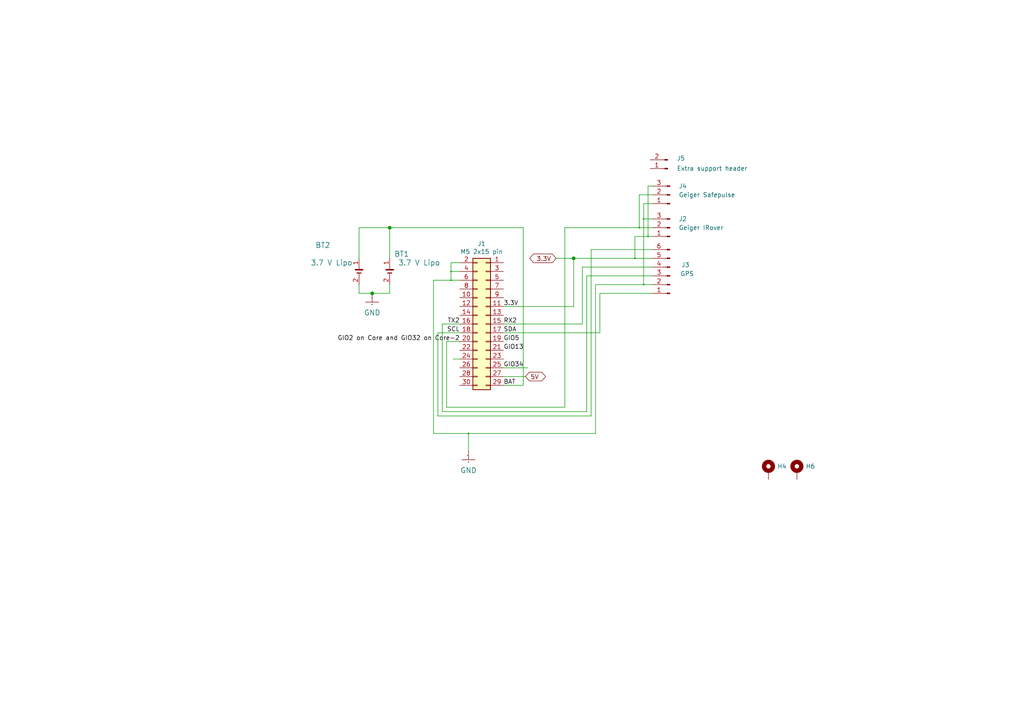
<source format=kicad_sch>
(kicad_sch (version 20240417) (generator "eeschema") (generator_version "8.99")
  (paper "A4")
  (title_block (title "bGeigieZen V4.0.4") (date "2024-05-03") (rev "V4.0.4") (company "GitHub link at https://github.com/Safecast/bGeigieZen"))
  (lib_symbols
    (symbol "Connector:Conn_01x02_Male_1" (pin_names (offset 1.016) hide)
      (property "Reference" "J" (at 0 2.54 0))
      (property "Value" "Conn_01x02_Male" (at 0 -5.08 0))
      (symbol "Conn_01x02_Male_1_1_1"
        (rectangle (start 0.8636 0.127) (end 0 -0.127) (stroke (width 0.1524)) (fill (type outline)))
        (rectangle (start 0.8636 -2.413) (end 0 -2.667) (stroke (width 0.1524)) (fill (type outline)))
        (polyline (pts (xy 1.27 0) (xy 0.8636 0)) (stroke (width 0.1524)))
        (polyline (pts (xy 1.27 -2.54) (xy 0.8636 -2.54)) (stroke (width 0.1524)))
        (pin passive line (at 5.08 0 180) (length 3.81) (name "Pin_1") (number "1"))
        (pin passive line (at 5.08 -2.54 180) (length 3.81) (name "Pin_2") (number "2"))
      )
    )
    (symbol "Connector:Conn_01x03_Male" (pin_names hide)
      (property "Reference" "J" (at 0 5.08 0))
      (property "Value" "Conn_01x03_Male" (at 0 -5.08 0))
      (symbol "Conn_01x03_Male_1_1"
        (rectangle (start 0.8636 2.667) (end 0 2.413) (stroke (width 0.1524)) (fill (type outline)))
        (rectangle (start 0.8636 0.127) (end 0 -0.127) (stroke (width 0.1524)) (fill (type outline)))
        (rectangle (start 0.8636 -2.413) (end 0 -2.667) (stroke (width 0.1524)) (fill (type outline)))
        (polyline (pts (xy 1.27 2.54) (xy 0.8636 2.54)) (stroke (width 0.1524)))
        (polyline (pts (xy 1.27 0) (xy 0.8636 0)) (stroke (width 0.1524)))
        (polyline (pts (xy 1.27 -2.54) (xy 0.8636 -2.54)) (stroke (width 0.1524)))
        (pin passive line (at 5.08 2.54 180) (length 3.81) (name "Pin_1") (number "1"))
        (pin passive line (at 5.08 0 180) (length 3.81) (name "Pin_2") (number "2"))
        (pin passive line (at 5.08 -2.54 180) (length 3.81) (name "Pin_3") (number "3"))
      )
    )
    (symbol "Connector:Conn_01x06_Male" (pin_names (offset 1.016) hide)
      (property "Reference" "J" (at 0 7.62 0))
      (property "Value" "Conn_01x06_Male" (at 0 -10.16 0))
      (symbol "Conn_01x06_Male_1_1"
        (rectangle (start 0.8636 5.207) (end 0 4.953) (stroke (width 0.1524)) (fill (type outline)))
        (rectangle (start 0.8636 2.667) (end 0 2.413) (stroke (width 0.1524)) (fill (type outline)))
        (rectangle (start 0.8636 0.127) (end 0 -0.127) (stroke (width 0.1524)) (fill (type outline)))
        (rectangle (start 0.8636 -2.413) (end 0 -2.667) (stroke (width 0.1524)) (fill (type outline)))
        (rectangle (start 0.8636 -4.953) (end 0 -5.207) (stroke (width 0.1524)) (fill (type outline)))
        (rectangle (start 0.8636 -7.493) (end 0 -7.747) (stroke (width 0.1524)) (fill (type outline)))
        (polyline (pts (xy 1.27 5.08) (xy 0.8636 5.08)) (stroke (width 0.1524)))
        (polyline (pts (xy 1.27 2.54) (xy 0.8636 2.54)) (stroke (width 0.1524)))
        (polyline (pts (xy 1.27 0) (xy 0.8636 0)) (stroke (width 0.1524)))
        (polyline (pts (xy 1.27 -2.54) (xy 0.8636 -2.54)) (stroke (width 0.1524)))
        (polyline (pts (xy 1.27 -5.08) (xy 0.8636 -5.08)) (stroke (width 0.1524)))
        (polyline (pts (xy 1.27 -7.62) (xy 0.8636 -7.62)) (stroke (width 0.1524)))
        (pin passive line (at 5.08 5.08 180) (length 3.81) (name "Pin_1") (number "1"))
        (pin passive line (at 5.08 2.54 180) (length 3.81) (name "Pin_2") (number "2"))
        (pin passive line (at 5.08 0 180) (length 3.81) (name "Pin_3") (number "3"))
        (pin passive line (at 5.08 -2.54 180) (length 3.81) (name "Pin_4") (number "4"))
        (pin passive line (at 5.08 -5.08 180) (length 3.81) (name "Pin_5") (number "5"))
        (pin passive line (at 5.08 -7.62 180) (length 3.81) (name "Pin_6") (number "6"))
      )
    )
    (symbol "Connector_Generic:Conn_02x15_Odd_Even" (pin_names hide)
      (property "Reference" "J" (at 1.27 20.32 0))
      (property "Value" "Conn_02x15_Odd_Even" (at 1.27 -20.32 0))
      (symbol "Conn_02x15_Odd_Even_1_1"
        (rectangle (start -1.27 19.05) (end 3.81 -19.05) (stroke (width 0.254)) (fill (type background)))
        (rectangle (start -1.27 17.907) (end 0 17.653))
        (rectangle (start -1.27 15.367) (end 0 15.113))
        (rectangle (start -1.27 12.827) (end 0 12.573))
        (rectangle (start -1.27 10.287) (end 0 10.033))
        (rectangle (start -1.27 7.747) (end 0 7.493))
        (rectangle (start -1.27 5.207) (end 0 4.953))
        (rectangle (start -1.27 2.667) (end 0 2.413))
        (rectangle (start -1.27 0.127) (end 0 -0.127))
        (rectangle (start -1.27 -2.413) (end 0 -2.667))
        (rectangle (start -1.27 -4.953) (end 0 -5.207))
        (rectangle (start -1.27 -7.493) (end 0 -7.747))
        (rectangle (start -1.27 -10.033) (end 0 -10.287))
        (rectangle (start -1.27 -12.573) (end 0 -12.827))
        (rectangle (start -1.27 -15.113) (end 0 -15.367))
        (rectangle (start -1.27 -17.653) (end 0 -17.907))
        (rectangle (start 3.81 17.907) (end 2.54 17.653))
        (rectangle (start 3.81 15.367) (end 2.54 15.113))
        (rectangle (start 3.81 12.827) (end 2.54 12.573))
        (rectangle (start 3.81 10.287) (end 2.54 10.033))
        (rectangle (start 3.81 7.747) (end 2.54 7.493))
        (rectangle (start 3.81 5.207) (end 2.54 4.953))
        (rectangle (start 3.81 2.667) (end 2.54 2.413))
        (rectangle (start 3.81 0.127) (end 2.54 -0.127))
        (rectangle (start 3.81 -2.413) (end 2.54 -2.667))
        (rectangle (start 3.81 -4.953) (end 2.54 -5.207))
        (rectangle (start 3.81 -7.493) (end 2.54 -7.747))
        (rectangle (start 3.81 -10.033) (end 2.54 -10.287))
        (rectangle (start 3.81 -12.573) (end 2.54 -12.827))
        (rectangle (start 3.81 -15.113) (end 2.54 -15.367))
        (rectangle (start 3.81 -17.653) (end 2.54 -17.907))
        (pin passive line (at -5.08 17.78 0) (length 3.81) (name "Pin_1") (number "1"))
        (pin passive line (at 7.62 7.62 180) (length 3.81) (name "Pin_10") (number "10"))
        (pin passive line (at -5.08 5.08 0) (length 3.81) (name "Pin_11") (number "11"))
        (pin passive line (at 7.62 5.08 180) (length 3.81) (name "Pin_12") (number "12"))
        (pin passive line (at -5.08 2.54 0) (length 3.81) (name "Pin_13") (number "13"))
        (pin passive line (at 7.62 2.54 180) (length 3.81) (name "Pin_14") (number "14"))
        (pin passive line (at -5.08 0 0) (length 3.81) (name "Pin_15") (number "15"))
        (pin passive line (at 7.62 0 180) (length 3.81) (name "Pin_16") (number "16"))
        (pin passive line (at -5.08 -2.54 0) (length 3.81) (name "Pin_17") (number "17"))
        (pin passive line (at 7.62 -2.54 180) (length 3.81) (name "Pin_18") (number "18"))
        (pin passive line (at -5.08 -5.08 0) (length 3.81) (name "Pin_19") (number "19"))
        (pin passive line (at 7.62 17.78 180) (length 3.81) (name "Pin_2") (number "2"))
        (pin passive line (at 7.62 -5.08 180) (length 3.81) (name "Pin_20") (number "20"))
        (pin passive line (at -5.08 -7.62 0) (length 3.81) (name "Pin_21") (number "21"))
        (pin passive line (at 7.62 -7.62 180) (length 3.81) (name "Pin_22") (number "22"))
        (pin passive line (at -5.08 -10.16 0) (length 3.81) (name "Pin_23") (number "23"))
        (pin passive line (at 7.62 -10.16 180) (length 3.81) (name "Pin_24") (number "24"))
        (pin passive line (at -5.08 -12.7 0) (length 3.81) (name "Pin_25") (number "25"))
        (pin passive line (at 7.62 -12.7 180) (length 3.81) (name "Pin_26") (number "26"))
        (pin passive line (at -5.08 -15.24 0) (length 3.81) (name "Pin_27") (number "27"))
        (pin passive line (at 7.62 -15.24 180) (length 3.81) (name "Pin_28") (number "28"))
        (pin passive line (at -5.08 -17.78 0) (length 3.81) (name "Pin_29") (number "29"))
        (pin passive line (at -5.08 15.24 0) (length 3.81) (name "Pin_3") (number "3"))
        (pin passive line (at 7.62 -17.78 180) (length 3.81) (name "Pin_30") (number "30"))
        (pin passive line (at 7.62 15.24 180) (length 3.81) (name "Pin_4") (number "4"))
        (pin passive line (at -5.08 12.7 0) (length 3.81) (name "Pin_5") (number "5"))
        (pin passive line (at 7.62 12.7 180) (length 3.81) (name "Pin_6") (number "6"))
        (pin passive line (at -5.08 10.16 0) (length 3.81) (name "Pin_7") (number "7"))
        (pin passive line (at 7.62 10.16 180) (length 3.81) (name "Pin_8") (number "8"))
        (pin passive line (at -5.08 7.62 0) (length 3.81) (name "Pin_9") (number "9"))
      )
    )
    (symbol "Mechanical:MountingHole_Pad" (pin_numbers hide) (pin_names hide)
      (property "Reference" "H" (at 0 6.35 0))
      (property "Value" "MountingHole_Pad" (at 0 4.445 0))
      (symbol "MountingHole_Pad_0_1"
        (circle (center 0 1.27) (radius 1.27) (stroke (width 1.27)))
      )
      (symbol "MountingHole_Pad_1_1"
        (pin input line (at 0 -2.54 90) (length 2.54) (name "1") (number "1"))
      )
    )
    (symbol "bGeigieRaku-V2-rescue:BATTERY-akizuki-M5_board-rescue" (pin_names hide)
      (property "Reference" "BT" (at 0 -7.62 0))
      (property "Value" "BATTERY-akizuki-M5_board-rescue" (at 0 6.35 0))
      (symbol "BATTERY-akizuki-M5_board-rescue_0_1"
        (rectangle (start -1.143 0.635) (end 1.143 0.381) (fill (type outline)))
        (rectangle (start -0.635 -0.381) (end 0.635 -0.508))
        (polyline (pts (xy 0 1.27) (xy 0 0.635)))
        (polyline (pts (xy 0 -0.508) (xy 0 -1.27)))
      )
      (symbol "BATTERY-akizuki-M5_board-rescue_1_1"
        (pin input line (at 0 3.81 270) (length 2.54) (name "+") (number "1"))
        (pin input line (at 0 -3.81 90) (length 2.54) (name "-") (number "2"))
      )
    )
    (symbol "bGeigieRaku-V2-rescue:GND-bGeigieNano_V1.1.5" (power)
      (property "Value" "GND-bGeigieNano_V1.1.5" (at 0 -0.254 0))
      (symbol "GND-bGeigieNano_V1.1.5_1_0"
        (polyline (pts (xy -1.905 0) (xy 1.905 0)))
        (pin power_in line (at 0 2.54 270) (length 2.54) (name "GND") (number "1"))
      )
    )
  )
  (junction (at 186.69 82.55) (diameter 0.3048))
  (junction (at 166.37 74.93))
  (junction (at 113.03 66.04))
  (junction (at 130.81 81.28) (diameter 0.3048))
  (junction (at 186.69 63.5) (diameter 0.3048))
  (junction (at 185.42 66.04) (diameter 0.3048))
  (junction (at 184.15 74.93) (diameter 0.3048))
  (junction (at 187.96 68.58) (diameter 0.3048))
  (junction (at 135.89 125.73) (diameter 0.3048))
  (junction (at 107.95 85.09))
  (junction (at 130.81 78.74) (diameter 0.3048))
  (wire (pts (xy 173.99 85.09) (xy 173.99 96.52)))
  (wire (pts (xy 127 96.52) (xy 133.35 96.52)))
  (wire (pts (xy 127 120.65) (xy 127 96.52)))
  (wire (pts (xy 104.14 74.93) (xy 104.14 66.04)))
  (wire (pts (xy 186.69 59.055) (xy 189.23 59.055)))
  (wire (pts (xy 186.69 82.55) (xy 172.72 82.55)))
  (wire (pts (xy 130.81 78.74) (xy 133.35 78.74)))
  (wire (pts (xy 189.23 85.09) (xy 173.99 85.09)))
  (wire (pts (xy 135.89 125.73) (xy 135.89 130.81)))
  (wire (pts (xy 135.89 125.73) (xy 172.72 125.73)))
  (wire (pts (xy 113.03 66.04) (xy 151.765 66.04)))
  (wire (pts (xy 146.05 109.22) (xy 152.4 109.22)))
  (wire (pts (xy 151.765 111.76) (xy 146.05 111.76)))
  (wire (pts (xy 130.81 81.28) (xy 133.35 81.28)))
  (wire (pts (xy 161.29 74.93) (xy 166.37 74.93)))
  (wire (pts (xy 189.23 66.04) (xy 185.42 66.04)))
  (wire (pts (xy 146.05 96.52) (xy 173.99 96.52)))
  (wire (pts (xy 130.81 78.74) (xy 130.81 76.2)))
  (wire (pts (xy 170.18 119.38) (xy 128.27 119.38)))
  (wire (pts (xy 168.91 93.98) (xy 146.05 93.98)))
  (wire (pts (xy 125.73 125.73) (xy 125.73 81.28)))
  (wire (pts (xy 129.54 118.11) (xy 163.83 118.11)))
  (wire (pts (xy 128.27 93.98) (xy 133.35 93.98)))
  (wire (pts (xy 186.69 82.55) (xy 186.69 63.5)))
  (wire (pts (xy 107.95 85.09) (xy 113.03 85.09)))
  (wire (pts (xy 184.15 74.93) (xy 184.15 68.58)))
  (wire (pts (xy 125.73 125.73) (xy 135.89 125.73)))
  (wire (pts (xy 104.14 66.04) (xy 113.03 66.04)))
  (wire (pts (xy 187.96 53.975) (xy 187.96 68.58)))
  (wire (pts (xy 133.35 104.14) (xy 131.445 104.14)))
  (wire (pts (xy 129.54 118.11) (xy 129.54 99.06)))
  (wire (pts (xy 163.83 66.04) (xy 185.42 66.04)))
  (wire (pts (xy 130.81 81.28) (xy 130.81 78.74)))
  (wire (pts (xy 125.73 81.28) (xy 130.81 81.28)))
  (wire (pts (xy 104.14 82.55) (xy 104.14 85.09)))
  (wire (pts (xy 171.45 72.39) (xy 189.23 72.39)))
  (wire (pts (xy 104.14 85.09) (xy 107.95 85.09)))
  (wire (pts (xy 170.18 80.01) (xy 170.18 119.38)))
  (wire (pts (xy 189.23 77.47) (xy 168.91 77.47)))
  (wire (pts (xy 185.42 56.515) (xy 185.42 66.04)))
  (wire (pts (xy 189.23 56.515) (xy 185.42 56.515)))
  (wire (pts (xy 146.05 88.9) (xy 166.37 88.9)))
  (wire (pts (xy 163.83 66.04) (xy 163.83 118.11)))
  (wire (pts (xy 172.72 82.55) (xy 172.72 125.73)))
  (wire (pts (xy 113.03 82.55) (xy 113.03 85.09)))
  (wire (pts (xy 151.765 66.04) (xy 151.765 111.76)))
  (wire (pts (xy 130.81 76.2) (xy 133.35 76.2)))
  (wire (pts (xy 187.96 53.975) (xy 189.23 53.975)))
  (wire (pts (xy 189.23 82.55) (xy 186.69 82.55)))
  (wire (pts (xy 128.27 119.38) (xy 128.27 93.98)))
  (wire (pts (xy 168.91 77.47) (xy 168.91 93.98)))
  (wire (pts (xy 184.15 68.58) (xy 187.96 68.58)))
  (wire (pts (xy 187.96 68.58) (xy 189.23 68.58)))
  (wire (pts (xy 129.54 99.06) (xy 133.35 99.06)))
  (wire (pts (xy 166.37 74.93) (xy 184.15 74.93)))
  (wire (pts (xy 186.69 63.5) (xy 186.69 59.055)))
  (wire (pts (xy 113.03 66.04) (xy 113.03 74.93)))
  (wire (pts (xy 166.37 74.93) (xy 166.37 88.9)))
  (wire (pts (xy 184.15 74.93) (xy 189.23 74.93)))
  (wire (pts (xy 189.23 80.01) (xy 170.18 80.01)))
  (wire (pts (xy 146.05 106.68) (xy 153.035 106.68)))
  (wire (pts (xy 171.45 120.65) (xy 127 120.65)))
  (wire (pts (xy 186.69 63.5) (xy 189.23 63.5)))
  (wire (pts (xy 171.45 72.39) (xy 171.45 120.65)))
  (label "SDA" (at 146.05 96.52 0))
  (label "TX2" (at 133.35 93.98 180))
  (label "GIO13" (at 146.05 101.6 0))
  (label "GIO34" (at 146.05 106.68 0))
  (label "GIO2 on Core and GIO32 on Core-2" (at 133.35 99.06 180))
  (label "3.3V" (at 146.05 88.9 0))
  (label "SCL" (at 133.35 96.52 180))
  (label "GIO5" (at 146.05 99.06 0))
  (label "BAT" (at 146.05 111.76 0))
  (label "RX2" (at 146.05 93.98 0))
  (global_label "3.3V" (shape bidirectional) (at 161.29 74.93 180) (property "Intersheetrefs" "${INTERSHEET_REFS}" (effects (hide yes))))
  (global_label "5V" (shape bidirectional) (at 152.4 109.22 0) (property "Intersheetrefs" "${INTERSHEET_REFS}" (effects (hide yes))))
  (symbol (lib_id "Connector_Generic:Conn_02x15_Odd_Even") (at 140.97 93.98 0) (mirror y) (unit 1)
    (property "Reference" "J1" (at 139.7 70.6882 0))
    (property "Value" "M5 2x15 pin" (at 139.7 72.9996 0))
    (property "Footprint" "Connector_PinHeader_2.54mm:PinHeader_2x15_P2.54mm_Vertical" (effects (hide yes)))
    (property "Datasheet" "Hirosugi Instruments: PSM-4200233-15" (effects (hide yes)))
  )
  (symbol (lib_id "bGeigieRaku-V2-rescue:BATTERY-akizuki-M5_board-rescue") (at 113.03 78.74 0) (unit 1)
    (property "Reference" "BT1" (at 114.3 73.66 0) (effects (font (size 1.524 1.524)) (justify left)))
    (property "Value" " 3.7 V Lipo" (at 114.3 76.2 0) (effects (font (size 1.524 1.524)) (justify left)))
    (property "Footprint" "Library:BATTERY_18650-HOLDER" (effects (hide yes)))
  )
  (symbol (lib_id "Connector:Conn_01x06_Male") (at 194.31 80.01 180) (unit 1)
    (property "Reference" "J3" (at 200.025 76.835 0) (effects (justify left)))
    (property "Value" "GPS" (at 201.295 79.375 0) (effects (justify left)))
    (property "Footprint" "Connector_PinSocket_2.54mm:PinSocket_1x06_P2.54mm_Vertical" (effects (hide yes)))
  )
  (symbol (lib_id "Connector:Conn_01x03_Male") (at 194.31 66.04 180) (unit 1)
    (property "Reference" "J2" (at 196.85 63.5 0) (effects (justify right)))
    (property "Value" "Geiger IRover" (at 196.85 66.04 0) (effects (justify right)))
    (property "Footprint" "Connector_PinHeader_2.54mm:PinHeader_1x03_P2.54mm_Vertical" (effects (hide yes)))
  )
  (symbol (lib_id "bGeigieRaku-V2-rescue:GND-bGeigieNano_V1.1.5") (at 135.89 133.35 0) (unit 1)
    (property "Reference" "#GND01" (effects (hide yes)))
    (property "Value" "GND" (at 135.89 136.4234 0) (effects (font (size 1.4986 1.4986))))
  )
  (symbol (lib_id "Mechanical:MountingHole_Pad") (at 222.885 136.525 0) (unit 1)
    (property "Reference" "H4" (at 225.425 135.255 0) (effects (justify left)))
    (property "Value" "MountingHole_Pad" (effects (hide yes)))
    (property "Footprint" "MountingHole:MountingHole_3.2mm_M3" (effects (hide yes)))
  )
  (symbol (lib_id "Mechanical:MountingHole_Pad") (at 231.14 136.525 0) (unit 1)
    (property "Reference" "H6" (at 233.68 135.255 0) (effects (justify left)))
    (property "Value" "MountingHole_Pad" (effects (hide yes)))
    (property "Footprint" "MountingHole:MountingHole_3.2mm_M3" (effects (hide yes)))
  )
  (symbol (lib_id "Connector:Conn_01x03_Male") (at 194.31 56.515 180) (unit 1)
    (property "Reference" "J4" (at 196.85 53.975 0) (effects (justify right)))
    (property "Value" "Geiger Safepulse" (at 196.85 56.515 0) (effects (justify right)))
    (property "Footprint" "Connector_PinHeader_2.54mm:PinHeader_1x03_P2.54mm_Vertical" (effects (hide yes)))
  )
  (symbol (lib_id "bGeigieRaku-V2-rescue:BATTERY-akizuki-M5_board-rescue") (at 104.14 78.74 0) (unit 1)
    (property "Reference" "BT2" (at 91.44 71.12 0) (effects (font (size 1.524 1.524)) (justify left)))
    (property "Value" " 3.7 V Lipo" (at 88.9 76.2 0) (effects (font (size 1.524 1.524)) (justify left)))
    (property "Footprint" "Library:BATTERY_18650-HOLDER" (effects (hide yes)))
  )
  (symbol (lib_id "bGeigieRaku-V2-rescue:GND-bGeigieNano_V1.1.5") (at 107.95 87.63 0) (unit 1)
    (property "Reference" "#GND02" (effects (hide yes)))
    (property "Value" "GND" (at 107.95 90.7034 0) (effects (font (size 1.4986 1.4986))))
  )
  (symbol (lib_name "Connector:Conn_01x02_Male_1") (lib_id "Connector:Conn_01x02_Male") (at 193.675 48.895 180) (unit 1)
    (property "Reference" "J5" (at 196.2913 45.9168 0) (effects (justify right)))
    (property "Value" "Extra support header" (at 196.2913 48.8505 0) (effects (justify right)))
    (property "Footprint" "Connector_PinHeader_2.54mm:PinHeader_1x02_P2.54mm_Vertical" (effects (hide yes)))
  )
)
</source>
